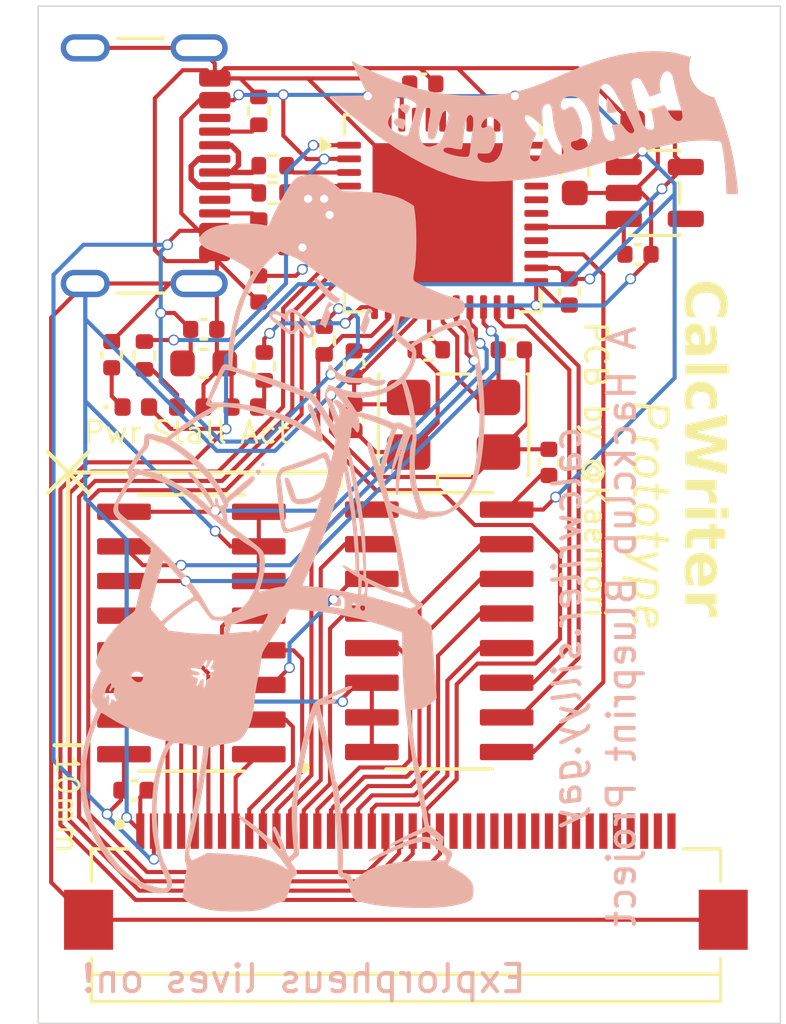
<source format=kicad_pcb>
(kicad_pcb (version 20241229) (generator "pcbnew") (generator_version "9.0")
  (layers (0 "F.Cu" signal) (2 "B.Cu" signal) (13 "F.Paste" user) (15 "B.Paste" user) (5 "F.SilkS" user "F.Silkscreen") (7 "B.SilkS" user "B.Silkscreen") (1 "F.Mask" user) (3 "B.Mask" user) (25 "Edge.Cuts" user))
  (net 0 "")
  (net 1 "Net-(ACT1-A)")
  (net 2 "Net-(U1-AREF)")
  (net 3 "VBUS")
  (net 4 "Net-(CALC_PWR_D1-K)")
  (net 5 "CALC_PWR")
  (net 6 "+1V5")
  (net 7 "ISP_MOSI")
  (net 8 "Net-(J1-CC1)")
  (net 9 "USB_D+")
  (net 10 "USB_D-")
  (net 11 "Net-(J1-CC2)")
  (net 12 "ISP_MISO")
  (net 13 "ISP_RST")
  (net 14 "XIN")
  (net 15 "Net-(OSC_C2-Pad2)")
  (net 16 "XOUT")
  (net 17 "Net-(STALL1-A)")
  (net 18 "Net-(U1-D+)")
  (net 19 "Net-(U1-D-)")
  (net 20 "/A4")
  (net 27 "Net-(U1-UCAP)")
  (net 36 "ISP_SCK")
  (net 38 "GND")
  (net 42 "Net-(U1-PB7)")
  (net 45 "/B3")
  (net 46 "Net-(U1-PE6)")
  (net 49 "/A1")
  (net 51 "/B4")
  (net 52 "/B5")
  (net 53 "/A0")
  (net 55 "/A2")
  (net 56 "/A6")
  (net 57 "/B0")
  (net 58 "/A7")
  (net 59 "/B2")
  (net 65 "/B6")
  (net 67 "/A5")
  (net 68 "/A3")
  (net 70 "/B7")
  (net 71 "/B1")
  (net 74 "CH1A")
  (net 75 "CH2C")
  (net 77 "CH2A")
  (net 78 "CH1B")
  (net 79 "CH1C")
  (net 80 "CH2B")
  (net 81 "COMMON")
  (footprint "Capacitor_SMD:C_0402_1005Metric" (layer "F.Cu") (at 126.62 59.6)
    (property "Reference" "AREF_C1" (hide yes))
    (property "Value" "100nF" (hide yes))
  )
  (footprint "Capacitor_SMD:C_0402_1005Metric" (layer "F.Cu") (at 132 67.23 -90)
    (property "Reference" "VCC_C1" (hide yes))
    (property "Value" "100nF" (hide yes))
  )
  (footprint "Capacitor_SMD:C_0603_1608Metric" (layer "F.Cu") (at 118.575 69.85)
    (property "Reference" "PWR_C1" (hide yes))
    (property "Value" "10uF" (hide yes))
  )
  (footprint "Capacitor_SMD:C_0402_1005Metric" (layer "F.Cu") (at 124.1 69.87 -90)
    (property "Reference" "VCC_C2" (hide yes))
    (property "Value" "100nF" (hide yes))
  )
  (footprint "Resistor_SMD:R_0402_1005Metric" (layer "F.Cu") (at 121.11 63.6)
    (property "Reference" "TERM_R1" (hide yes))
    (property "Value" "22" (hide yes))
  )
  (footprint "SN74LV4051ADR:SOIC127P600X175-16N" (layer "F.Cu") (at 127.225 79.655)
    (property "Reference" "U4" (hide yes))
    (property "Value" "SN74LV4051ADR" (hide yes))
  )
  (footprint "LED_SMD:LED_0402_1005Metric" (layer "F.Cu") (at 116.085 71.45)
    (property "Reference" "CALC_PWR_D1" (hide yes))
    (property "Value" "LED_RED" (hide yes))
  )
  (footprint "Capacitor_SMD:C_0402_1005Metric" (layer "F.Cu") (at 118.58 68.6)
    (property "Reference" "PWR_C2" (hide yes))
    (property "Value" "100nF" (hide yes))
  )
  (footprint "MountingHole:MountingHole_2.2mm_M2" (layer "F.Cu") (at 137.5 59)
    (property "Reference" "SCREW1" (hide yes))
    (property "Value" "MountingHole_2.2mm_M2" (hide yes))
  )
  (footprint "LED_SMD:LED_0402_1005Metric" (layer "F.Cu") (at 118.085 71.45 180)
    (property "Reference" "STALL1" (hide yes))
    (property "Value" "LED_YELLOW" (hide yes))
  )
  (footprint "Resistor_SMD:R_0402_1005Metric" (layer "F.Cu") (at 121.11 62.6 180)
    (property "Reference" "TERM_R2" (hide yes))
    (property "Value" "22" (hide yes))
  )
  (footprint "Capacitor_SMD:C_0603_1608Metric" (layer "F.Cu") (at 132.2 62.825 90)
    (property "Reference" "CALC_PWR_C1" (hide yes))
    (property "Value" "10uF" (hide yes))
  )
  (footprint "Connector_USB:USB_C_Receptacle_GCT_USB4105-xx-A_16P_TopMnt_Horizontal" (layer "F.Cu") (at 115.305 62.6 -90)
    (property "Reference" "J1" (hide yes))
    (property "Value" "USB_C_Receptacle_USB2.0_14P" (hide yes))
  )
  (footprint "Package_TO_SOT_SMD:SOT-23-5" (layer "F.Cu") (at 135.1375 63.6)
    (property "Reference" "U2" (hide yes))
    (property "Value" "ME6211C15M5G-N" (hide yes))
  )
  (footprint "Package_DFN_QFN:QFN-44-1EP_7x7mm_P0.5mm_EP5.15x5.15mm" (layer "F.Cu") (at 127.35 64.35)
    (property "Reference" "U1" (hide yes))
    (property "Value" "ATmega32U4-MU" (hide yes))
  )
  (footprint "Capacitor_SMD:C_0402_1005Metric" (layer "F.Cu") (at 121.6 65.13 -90)
    (property "Reference" "VCC_C3" (hide yes))
    (property "Value" "100nF" (hide yes))
  )
  (footprint "FH12-40S-0.5SH_55_:HRS_FH12-40S-0.5SH_55_" (layer "F.Cu") (at 126 87)
    (property "Reference" "CON1" (hide yes))
    (property "Value" "FH12-40S-0.5SH_55_" (hide yes))
  )
  (footprint "MountingHole:MountingHole_2.2mm_M2" (layer "F.Cu") (at 137.5 83.5)
    (property "Reference" "SCREW1" (hide yes))
    (property "Value" "MountingHole_2.2mm_M2" (hide yes))
  )
  (footprint "Capacitor_SMD:C_0402_1005Metric" (layer "F.Cu") (at 131.25 73.48 -90)
    (property "Reference" "MUX_C2" (hide yes))
    (property "Value" "100nF" (hide yes))
  )
  (footprint "Resistor_SMD:R_0402_1005Metric" (layer "F.Cu") (at 120.8 69.96 -90)
    (property "Reference" "LED_R2" (hide yes))
    (property "Value" "280" (hide yes))
  )
  (footprint "SN74LV4051ADR:SOIC127P600X175-16N" (layer "F.Cu") (at 118.125 79.735 180)
    (property "Reference" "U3" (hide yes))
    (property "Value" "SN74LV4051ADR" (hide yes))
  )
  (footprint "Resistor_SMD:R_0402_1005Metric" (layer "F.Cu") (at 126.84 69.35)
    (property "Reference" "OSC_R1" (hide yes))
    (property "Value" "1k" (hide yes))
  )
  (footprint "Resistor_SMD:R_0402_1005Metric" (layer "F.Cu") (at 116.4 69.56 -90)
    (property "Reference" "LED_R1" (hide yes))
    (property "Value" "280" (hide yes))
  )
  (footprint "Resistor_SMD:R_0402_1005Metric" (layer "F.Cu") (at 123 69.01 90)
    (property "Reference" "RST_PU1" (hide yes))
    (property "Value" "10k" (hide yes))
  )
  (footprint "Resistor_SMD:R_0402_1005Metric" (layer "F.Cu") (at 120.6 60.59 90)
    (property "Reference" "PWR_R1" (hide yes))
    (property "Value" "5.1k" (hide yes))
  )
  (footprint "Capacitor_SMD:C_0402_1005Metric" (layer "F.Cu") (at 115.2 69.53 -90)
    (property "Reference" "CALC_PWR_R2" (hide yes))
    (property "Value" "330" (hide yes))
  )
  (footprint "Capacitor_SMD:C_0402_1005Metric" (layer "F.Cu") (at 134.52 65.85)
    (property "Reference" "CALC_PWR_R1" (hide yes))
    (property "Value" "10k" (hide yes))
  )
  (footprint "Capacitor_SMD:C_0603_1608Metric" (layer "F.Cu") (at 135.1 61.05)
    (property "Reference" "CALC_PWR_C2" (hide yes))
    (property "Value" "22uF" (hide yes))
  )
  (footprint "Crystal:Crystal_SMD_5032-4Pin_5.0x3.2mm" (layer "F.Cu") (at 127.75 72.1)
    (property "Reference" "Y1" (hide yes))
    (property "Value" "16MHz" (hide yes))
  )
  (footprint "LED_SMD:LED_0402_1005Metric" (layer "F.Cu") (at 120.085 71.45)
    (property "Reference" "ACT1" (hide yes))
    (property "Value" "LED_GREEN" (hide yes))
  )
  (footprint "Resistor_SMD:R_0402_1005Metric" (layer "F.Cu") (at 120.6 65.09 -90)
    (property "Reference" "PWR_R2" (hide yes))
    (property "Value" "5.1k" (hide yes))
  )
  (footprint "Capacitor_SMD:C_0402_1005Metric" (layer "F.Cu") (at 124.1 71.83 -90)
    (property "Reference" "OSC_C2" (hide yes))
    (property "Value" "30pF" (hide yes))
  )
  (footprint "Capacitor_SMD:C_0402_1005Metric" (layer "F.Cu") (at 120.6 67.12 -90)
    (property "Reference" "UCAP_C1" (hide yes))
    (property "Value" "1uF" (hide yes))
  )
  (footprint "Capacitor_SMD:C_0402_1005Metric" (layer "F.Cu") (at 116.02 85.5 180)
    (property "Reference" "MUX_C1" (hide yes))
    (property "Value" "100nF" (hide yes))
  )
  (footprint "Capacitor_SMD:C_0402_1005Metric" (layer "F.Cu") (at 129.87 69.35 180)
    (property "Reference" "OSC_C1" (hide yes))
    (property "Value" "30pF" (hide yes))
  )
  (footprint "LOGO" (layer "B.Cu") (at 130.679137 61.020221 180)
    (property "Reference" "G***" (hide yes))
    (property "Value" "LOGO" (hide yes))
  )
  (footprint "LOGO" (layer "B.Cu") (at 121.535521 76.462646 180)
    (property "Reference" "G***" (hide yes))
    (property "Value" "LOGO" (hide yes))
  )
  (gr_line (start 113.6 73.85) (end 123.6 73.85) (stroke (width 0.15)) (layer "F.SilkS"))
  (gr_line (start 113.6 73.85) (end 113.6 83.85) (stroke (width 0.15)) (layer "F.SilkS"))
  (gr_line (start 114.35 74.6) (end 112.85 73.1) (stroke (width 0.15)) (layer "F.SilkS"))
  (gr_line (start 112.85 74.6) (end 114.35 73.1) (stroke (width 0.15)) (layer "F.SilkS"))
  (gr_line (start 123.6 73.35) (end 123.6 74.35) (stroke (width 0.15)) (layer "F.SilkS"))
  (gr_line (start 114.1 83.85) (end 113.1 83.85) (stroke (width 0.15)) (layer "F.SilkS"))
  (gr_rect (start 112.5 56.75) (end 139.75 94.05) (stroke (width 0.05)) (fill no) (layer "Edge.Cuts"))
  (gr_text "Stall" (at 116.6 72.85 0) (layer "F.SilkS") (effects (font (size 0.8 0.8) (thickness 0.1)) (justify left bottom)))
  (gr_text "Act\n" (at 119.85 72.85 0) (layer "F.SilkS") (effects (font (size 0.8 0.8) (thickness 0.1)) (justify left bottom)))
  (gr_text "Prototype" (at 134.25 71 270) (layer "F.SilkS") (effects (font (size 1.2 1.2) (thickness 0.15) (italic yes)) (justify left bottom)))
  (gr_text "10mm" (at 113.1 84.1 270) (layer "F.SilkS") (effects (font (size 0.8 0.8) (thickness 0.1)) (justify left bottom)))
  (gr_text "CalcWriter" (at 136 66.75 270) (layer "F.SilkS") (effects (font (size 1.5 1.5) (thickness 0.2) (bold yes) (italic yes)) (justify left bottom)))
  (gr_text "Pwr\n" (at 114.1 72.85 0) (layer "F.SilkS") (effects (font (size 0.8 0.8) (thickness 0.1)) (justify left bottom)))
  (gr_text "PCB by @Kaemori\n" (at 132.5 68.25 270) (layer "F.SilkS") (effects (font (size 0.8 0.8) (thickness 0.12)) (justify left bottom)))
  (gr_text "A Hackclub Blueprint Project\n" (at 134.5 79.5 90) (layer "B.SilkS") (effects (font (size 1 1)) (justify bottom mirror)))
  (gr_text "Explorpheus lives on!\n" (at 122.25 93 0) (layer "B.SilkS") (effects (font (size 1 1)) (justify bottom mirror)))
  (gr_text "calcwriter.sillyy.gay" (at 132.5 79.5 90) (layer "B.SilkS") (effects (font (size 1 1) (thickness 0.15) (italic yes)) (justify bottom mirror)))
  (segment (start 120.8 70.47) (end 120.8 71.22) (width 0.15) (layer "F.Cu") (net 1))
  (segment (start 120.8 71.22) (end 120.57 71.45) (width 0.15) (layer "F.Cu") (net 1))
  (segment (start 125.85 59.89) (end 125.85 60.9125) (width 0.15) (layer "F.Cu") (net 2))
  (segment (start 126.14 59.6) (end 125.85 59.89) (width 0.15) (layer "F.Cu") (net 2))
  (segment (start 129.85 60.9125) (end 129.85 60.2) (width 0.15) (layer "F.Cu") (net 3))
  (segment (start 124.683276 69.39) (end 125.85 68.223276) (width 0.15) (layer "F.Cu") (net 3))
  (segment (start 123.007692 62.35) (end 123 62.357692) (width 0.15) (layer "F.Cu") (net 3))
  (segment (start 129.85 60.2) (end 130 60.05) (width 0.15) (layer "F.Cu") (net 3))
  (segment (start 133.4 62.05) (end 134 62.65) (width 0.15) (layer "F.Cu") (net 3))
  (segment (start 131.6 66.35) (end 132 66.75) (width 0.15) (layer "F.Cu") (net 3))
  (segment (start 115.54 85.869024) (end 115.033317 86.375707) (width 0.15) (layer "F.Cu") (net 3))
  (segment (start 117.753 64.343) (end 117.753 60.857) (width 0.15) (layer "F.Cu") (net 3))
  (segment (start 132.753805 66.753805) (end 132.003805 66.753805) (width 0.15) (layer "F.Cu") (net 3))
  (segment (start 118.1 68.6) (end 118.1 69.55) (width 0.15) (layer "F.Cu") (net 3))
  (segment (start 119.671848 60.2) (end 119.867119 60.004729) (width 0.15) (layer "F.Cu") (net 3))
  (segment (start 124.85 60.9125) (end 124.85 60.3) (width 0.15) (layer "F.Cu") (net 3))
  (segment (start 124.85 60.3) (end 124.6 60.05) (width 0.15) (layer "F.Cu") (net 3))
  (segment (start 121.5 61.5) (end 121.5 60) (width 0.15) (layer "F.Cu") (net 3))
  (segment (start 118.985 60.2) (end 119.671848 60.2) (width 0.15) (layer "F.Cu") (net 3))
  (segment (start 131.04 75.21) (end 131.5 74.75) (width 0.15) (layer "F.Cu") (net 3))
  (segment (start 118.9724 64.9874) (end 117.701816 64.9874) (width 0.15) (layer "F.Cu") (net 3))
  (segment (start 117.25 65.439216) (end 117.25 65.5) (width 0.15) (layer "F.Cu") (net 3))
  (segment (start 118.1 68.6) (end 117.5 68) (width 0.15) (layer "F.Cu") (net 3))
  (segment (start 121.821003 64.871003) (end 121.6 64.65) (width 0.15) (layer "F.Cu") (net 3))
  (segment (start 117.753 60.857) (end 118.41 60.2) (width 0.15) (layer "F.Cu") (net 3))
  (segment (start 115.54 85.5) (end 115.54 85.869024) (width 0.15) (layer "F.Cu") (net 3))
  (segment (start 123.527867 67.842694) (end 123 68.370561) (width 0.15) (layer "F.Cu") (net 3))
  (segment (start 124.1 69.39) (end 124.683276 69.39) (width 0.15) (layer "F.Cu") (net 3))
  (segment (start 117.701816 64.9874) (end 117.25 65.439216) (width 0.15) (layer "F.Cu") (net 3))
  (segment (start 122.357692 62.357692) (end 121.5 61.5) (width 0.15) (layer "F.Cu") (net 3))
  (segment (start 117.5 68) (end 117 68) (width 0.15) (layer "F.Cu") (net 3))
  (segment (start 122.409997 64.040003) (end 122.409997 63.815) (width 0.15) (layer "F.Cu") (net 3))
  (segment (start 130.7875 66.35) (end 131.6 66.35) (width 0.15) (layer "F.Cu") (net 3))
  (segment (start 131.25 73.96) (end 130.95 73.96) (width 0.15) (layer "F.Cu") (net 3))
  (segment (start 123.9125 62.35) (end 123.007692 62.35) (width 0.15) (layer "F.Cu") (net 3))
  (segment (start 116.75 88.028568) (end 116.75 87) (width 0.15) (layer "F.Cu") (net 3))
  (segment (start 118.41 65) (end 117.753 64.343) (width 0.15) (layer "F.Cu") (net 3))
  (segment (start 130.95 73.96) (end 129.7 75.21) (width 0.15) (layer "F.Cu") (net 3))
  (segment (start 123 62.357692) (end 122.357692 62.357692) (width 0.15) (layer "F.Cu") (net 3))
  (segment (start 121.8 64.65) (end 122.409997 64.040003) (width 0.15) (layer "F.Cu") (net 3))
  (segment (start 118.985 65) (end 118.41 65) (width 0.15) (layer "F.Cu") (net 3))
  (segment (start 129.7 75.21) (end 131.04 75.21) (width 0.15) (layer "F.Cu") (net 3))
  (segment (start 132.2 62.05) (end 133.4 62.05) (width 0.15) (layer "F.Cu") (net 3))
  (segment (start 125.85 68.223276) (end 125.85 67.7875) (width 0.15) (layer "F.Cu") (net 3))
  (segment (start 123.891497 64.871003) (end 121.821003 64.871003) (width 0.15) (layer "F.Cu") (net 3))
  (segment (start 115.65 84.18) (end 115.65 85.39) (width 0.15) (layer "F.Cu") (net 3))
  (segment (start 118.41 60.2) (end 118.985 60.2) (width 0.15) (layer "F.Cu") (net 3))
  (segment (start 134.1 62.65) (end 134.683695 62.066305) (width 0.15) (layer "F.Cu") (net 3))
  (segment (start 124.1 69.4) (end 123.25 70.25) (width 0.15) (layer "F.Cu") (net 3))
  (via (at 123 62.357692) (size 0.4) (drill 0.3) (layers "F.Cu" "B.Cu") (net 3))
  (via (at 124.6 60.05) (size 0.4) (drill 0.3) (layers "F.Cu" "B.Cu") (net 3))
  (via (at 123.25 70.25) (size 0.4) (drill 0.3) (layers "F.Cu" "B.Cu") (net 3))
  (via (at 132.753805 66.753805) (size 0.4) (drill 0.3) (layers "F.Cu" "B.Cu") (net 3))
  (via (at 122.409997 63.815) (size 0.4) (drill 0.3) (layers "F.Cu" "B.Cu") (net 3))
  (via (at 121.5 60) (size 0.4) (drill 0.3) (layers "F.Cu" "B.Cu") (net 3))
  (via (at 117 68) (size 0.4) (drill 0.3) (layers "F.Cu" "B.Cu") (net 3))
  (via (at 131.5 74.75) (size 0.4) (drill 0.3) (layers "F.Cu" "B.Cu") (net 3))
  (via (at 130 60.05) (size 0.4) (drill 0.3) (layers "F.Cu" "B.Cu") (net 3))
  (via (at 117.25 65.5) (size 0.4) (drill 0.3) (layers "F.Cu" "B.Cu") (net 3))
  (via (at 123.527867 67.842694) (size 0.4) (drill 0.3) (layers "F.Cu" "B.Cu") (net 3))
  (via (at 115.033317 86.375707) (size 0.4) (drill 0.3) (layers "F.Cu" "B.Cu") (net 3))
  (via (at 116.75 88.028568) (size 0.4) (drill 0.3) (layers "F.Cu" "B.Cu") (net 3))
  (via (at 134.683695 62.066305) (size 0.4) (drill 0.3) (layers "F.Cu" "B.Cu") (net 3))
  (via (at 119.867119 60.004729) (size 0.4) (drill 0.3) (layers "F.Cu" "B.Cu") (net 3))
  (segment (start 123 62.357692) (end 122.409997 62.947695) (width 0.15) (layer "B.Cu") (net 3))
  (segment (start 123.527867 67.842694) (end 123.89651 67.842694) (width 0.15) (layer "B.Cu") (net 3))
  (segment (start 124.239792 68.185976) (end 124.239792 69.260208) (width 0.15) (layer "B.Cu") (net 3))
  (segment (start 113.064 84.40639) (end 113.064 66.602712) (width 0.15) (layer "B.Cu") (net 3))
  (segment (start 131.5 74.75) (end 135.866 70.384) (width 0.15) (layer "B.Cu") (net 3))
  (segment (start 124.554729 60.004729) (end 124.6 60.05) (width 0.15) (layer "B.Cu") (net 3))
  (segment (start 113.064 66.602712) (end 114.166712 65.5) (width 0.15) (layer "B.Cu") (net 3))
  (segment (start 117 70.509024) (end 119.206976 72.716) (width 0.15) (layer "B.Cu") (net 3))
  (segment (start 115.033317 86.375707) (end 113.064 84.40639) (width 0.15) (layer "B.Cu") (net 3))
  (segment (start 114.166712 65.5) (end 117.25 65.5) (width 0.15) (layer "B.Cu") (net 3))
  (segment (start 117 68) (end 117 65.75) (width 0.15) (layer "B.Cu") (net 3))
  (segment (start 132.659024 60.05) (end 135.866 63.256976) (width 0.15) (layer "B.Cu") (net 3))
  (segment (start 124.6 60.05) (end 130 60.05) (width 0.15) (layer "B.Cu") (net 3))
  (segment (start 120.784 72.716) (end 123.25 70.25) (width 0.15) (layer "B.Cu") (net 3))
  (segment (start 132.659024 60.05) (end 130 60.05) (width 0.15) (layer "B.Cu") (net 3))
  (segment (start 116.619544 88.028568) (end 116.75 88.028568) (width 0.15) (layer "B.Cu") (net 3))
  (segment (start 124.239792 69.260208) (end 123.25 70.25) (width 0.15) (layer "B.Cu") (net 3))
  (segment (start 135.866 63.64161) (end 135.866 70.384) (width 0.15) (layer "B.Cu") (net 3))
  (segment (start 115.033317 86.375707) (end 115.033317 86.442341) (width 0.15) (layer "B.Cu") (net 3))
  (segment (start 135.866 63.64161) (end 135.866 63.256976) (width 0.15) (layer "B.Cu") (net 3))
  (segment (start 117 68) (end 117 70.509024) (width 0.15) (layer "B.Cu") (net 3))
  (segment (start 122.409997 62.947695) (end 122.409997 63.815) (width 0.15) (layer "B.Cu") (net 3))
  (segment (start 117 65.75) (end 117.25 65.5) (width 0.15) (layer "B.Cu") (net 3))
  (segment (start 132.753805 66.753805) (end 135.866 63.64161) (width 0.15) (layer "B.Cu") (net 3))
  (segment (start 119.867119 60.004729) (end 124.554729 60.004729) (width 0.15) (layer "B.Cu") (net 3))
  (segment (start 115.033317 86.442341) (end 116.619544 88.028568) (width 0.15) (layer "B.Cu") (net 3))
  (segment (start 119.206976 72.716) (end 120.784 72.716) (width 0.15) (layer "B.Cu") (net 3))
  (segment (start 123.89651 67.842694) (end 124.239792 68.185976) (width 0.15) (layer "B.Cu") (net 3))
  (segment (start 115.2 71.05) (end 115.6 71.45) (width 0.15) (layer "F.Cu") (net 4))
  (segment (start 115.2 70.01) (end 115.2 71.05) (width 0.15) (layer "F.Cu") (net 4))
  (segment (start 130.788 64.85) (end 133.7 64.85) (width 0.15) (layer "F.Cu") (net 5))
  (segment (start 133.7 64.85) (end 134 64.55) (width 0.15) (layer "F.Cu") (net 5))
  (segment (start 134 64.55) (end 134 65.81) (width 0.15) (layer "F.Cu") (net 5))
  (segment (start 135.875 61.05) (end 135.875 62.25) (width 0.15) (layer "F.Cu") (net 6))
  (segment (start 127.25 87.832) (end 125.559 89.523) (width 0.15) (layer "F.Cu") (net 6))
  (segment (start 127.25 87) (end 127.25 87.832) (width 0.15) (layer "F.Cu") (net 6))
  (segment (start 119.4 72.25) (end 117.37 72.25) (width 0.15) (layer "F.Cu") (net 6))
  (segment (start 118.173 73.477) (end 119.4 72.25) (width 0.15) (layer "F.Cu") (net 6))
  (segment (start 113.318 86.764739) (end 113.318 74.467506) (width 0.15) (layer "F.Cu") (net 6))
  (segment (start 114.308507 73.477) (end 118.173 73.477) (width 0.15) (layer "F.Cu") (net 6))
  (segment (start 136.2 62.65) (end 135.4 63.45) (width 0.15) (layer "F.Cu") (net 6))
  (segment (start 125.559 89.523) (end 116.076261 89.523) (width 0.15) (layer "F.Cu") (net 6))
  (segment (start 135.875 62.25) (end 136.275 62.65) (width 0.15) (layer "F.Cu") (net 6))
  (segment (start 113.318 74.467506) (end 114.308507 73.477) (width 0.15) (layer "F.Cu") (net 6))
  (segment (start 116.57 71.45) (end 117.37 72.25) (width 0.15) (layer "F.Cu") (net 6))
  (segment (start 116.076261 89.523) (end 113.318 86.764739) (width 0.15) (layer "F.Cu") (net 6))
  (via (at 119.4 72.25) (size 0.4) (drill 0.3) (layers "F.Cu" "B.Cu") (net 6))
  (via (at 135.4 63.45) (size 0.4) (drill 0.3) (layers "F.Cu" "B.Cu") (net 6))
  (segment (start 122.053171 66.946829) (end 131.903171 66.946829) (width 0.15) (layer "B.Cu") (net 6))
  (segment (start 119.4 72.25) (end 119.4 69.6) (width 0.15) (layer "B.Cu") (net 6))
  (segment (start 119.4 69.6) (end 122.053171 66.946829) (width 0.15) (layer "B.Cu") (net 6))
  (segment (start 131.903171 66.946829) (end 135.4 63.45) (width 0.15) (layer "B.Cu") (net 6))
  (segment (start 114 74.75) (end 114 86.482246) (width 0.15) (layer "F.Cu") (net 7))
  (segment (start 125.75 87.814246) (end 125.75 87) (width 0.15) (layer "F.Cu") (net 7))
  (segment (start 114.591 74.159) (end 114 74.75) (width 0.15) (layer "F.Cu") (net 7))
  (segment (start 114 86.482246) (end 116.358754 88.841) (width 0.15) (layer "F.Cu") (net 7))
  (segment (start 121.832 71.57911) (end 119.25211 74.159) (width 0.15) (layer "F.Cu") (net 7))
  (segment (start 116.358754 88.841) (end 124.723246 88.841) (width 0.15) (layer "F.Cu") (net 7))
  (segment (start 125.75 87.814246) (end 124.723246 88.841) (width 0.15) (layer "F.Cu") (net 7))
  (segment (start 123.475001 66.35) (end 123.9125 66.35) (width 0.15) (layer "F.Cu") (net 7))
  (segment (start 121.832 71.57911) (end 121.832 67.993001) (width 0.15) (layer "F.Cu") (net 7))
  (segment (start 119.25211 74.159) (end 114.591 74.159) (width 0.15) (layer "F.Cu") (net 7))
  (segment (start 121.832 67.993001) (end 123.475001 66.35) (width 0.15) (layer "F.Cu") (net 7))
  (segment (start 118.985 61.35) (end 120.35 61.35) (width 0.15) (layer "F.Cu") (net 8))
  (segment (start 120.35 61.35) (end 120.6 61.1) (width 0.15) (layer "F.Cu") (net 8))
  (segment (start 118.119 62.6213) (end 118.39 62.35) (width 0.2) (layer "F.Cu") (net 9))
  (segment (start 118.39 62.35) (end 118.985 62.35) (width 0.2) (layer "F.Cu") (net 9))
  (segment (start 118.39 63.35) (end 118.119 63.0787) (width 0.2) (layer "F.Cu") (net 9))
  (segment (start 118.985 63.35) (end 118.39 63.35) (width 0.2) (layer "F.Cu") (net 9))
  (segment (start 118.985 63.35) (end 120.35 63.35) (width 0.2) (layer "F.Cu") (net 9))
  (segment (start 120.35 63.35) (end 120.6 63.6) (width 0.2) (layer "F.Cu") (net 9))
  (segment (start 118.119 63.0787) (end 118.119 62.6213) (width 0.2) (layer "F.Cu") (net 9))
  (segment (start 119.58 61.85) (end 119.851 62.1213) (width 0.2) (layer "F.Cu") (net 10))
  (segment (start 119.58 62.85) (end 118.985 62.85) (width 0.2) (layer "F.Cu") (net 10))
  (segment (start 120.35 62.85) (end 118.985 62.85) (width 0.2) (layer "F.Cu") (net 10))
  (segment (start 119.851 62.1213) (end 119.851 62.5787) (width 0.2) (layer "F.Cu") (net 10))
  (segment (start 118.985 61.85) (end 119.58 61.85) (width 0.2) (layer "F.Cu") (net 10))
  (segment (start 120.6 62.6) (end 120.35 62.85) (width 0.2) (layer "F.Cu") (net 10))
  (segment (start 119.851 62.5787) (end 119.58 62.85) (width 0.2) (layer "F.Cu") (net 10))
  (segment (start 118.985 64.35) (end 120.37 64.35) (width 0.15) (layer "F.Cu") (net 11))
  (segment (start 120.37 64.35) (end 120.6 64.58) (width 0.15) (layer "F.Cu") (net 11))
  (segment (start 122.173 68.152001) (end 122.173 71.720357) (width 0.15) (layer "F.Cu") (net 12))
  (segment (start 123.475001 66.85) (end 122.173 68.152001) (width 0.15) (layer "F.Cu") (net 12))
  (segment (start 114.732246 74.5) (end 114.341 74.891246) (width 0.15) (layer "F.Cu") (net 12))
  (segment (start 123.9125 66.85) (end 123.475001 66.85) (width 0.15) (layer "F.Cu") (net 12))
  (segment (start 125.25 87.832) (end 125.25 87) (width 0.15) (layer "F.Cu") (net 12))
  (segment (start 114.341 86.341) (end 116.5 88.5) (width 0.15) (layer "F.Cu") (net 12))
  (segment (start 116.5 88.5) (end 124.582 88.5) (width 0.15) (layer "F.Cu") (net 12))
  (segment (start 124.582 88.5) (end 125.25 87.832) (width 0.15) (layer "F.Cu") (net 12))
  (segment (start 114.341 74.891246) (end 114.341 86.341) (width 0.15) (layer "F.Cu") (net 12))
  (segment (start 119.393357 74.5) (end 114.732246 74.5) (width 0.15) (layer "F.Cu") (net 12))
  (segment (start 122.173 71.720357) (end 119.393357 74.5) (width 0.15) (layer "F.Cu") (net 12))
  (segment (start 130.615326 75.776) (end 128.526 75.776) (width 0.15) (layer "F.Cu") (net 13))
  (segment (start 122.784 69.736) (end 123 69.52) (width 0.15) (layer "F.Cu") (net 13))
  (segment (start 125.35 67.7875) (end 125.35 68.224999) (width 0.15) (layer "F.Cu") (net 13))
  (segment (start 128.626246 80.856) (end 130.753326 80.856) (width 0.15) (layer "F.Cu") (net 13))
  (segment (start 122.784 72.384) (end 122.784 69.736) (width 0.15) (layer "F.Cu") (net 13))
  (segment (start 131.659 79.950326) (end 131.659 76.819674) (width 0.15) (layer "F.Cu") (net 13))
  (segment (start 128.526 75.776) (end 127.25 74.5) (width 0.15) (layer "F.Cu") (net 13))
  (segment (start 124.730999 68.844) (end 123.676 68.844) (width 0.15) (layer "F.Cu") (net 13))
  (segment (start 124.9 74.5) (end 122.784 72.384) (width 0.15) (layer "F.Cu") (net 13))
  (segment (start 127.25 74.5) (end 124.9 74.5) (width 0.15) (layer "F.Cu") (net 13))
  (segment (start 131.659 76.819674) (end 130.615326 75.776) (width 0.15) (layer "F.Cu") (net 13))
  (segment (start 125.35 68.224999) (end 124.730999 68.844) (width 0.15) (layer "F.Cu") (net 13))
  (segment (start 123.676 68.844) (end 123 69.52) (width 0.15) (layer "F.Cu") (net 13))
  (segment (start 126.75 87) (end 126.75 86.214493) (width 0.15) (layer "F.Cu") (net 13))
  (segment (start 127.864001 85.100491) (end 127.864 81.618246) (width 0.15) (layer "F.Cu") (net 13))
  (segment (start 130.753326 80.856) (end 131.659 79.950326) (width 0.15) (layer "F.Cu") (net 13))
  (segment (start 127.864 81.618246) (end 128.626246 80.856) (width 0.15) (layer "F.Cu") (net 13))
  (segment (start 126.75 86.214493) (end 127.864001 85.100491) (width 0.15) (layer "F.Cu") (net 13))
  (segment (start 127.886 68.868246) (end 127.35 68.332246) (width 0.15) (layer "F.Cu") (net 14))
  (segment (start 128.6 71.1) (end 127.886 70.386) (width 0.15) (layer "F.Cu") (net 14))
  (segment (start 127.35 68.332246) (end 127.35 67.7875) (width 0.15) (layer "F.Cu") (net 14))
  (segment (start 129.4 71.1) (end 128.6 71.1) (width 0.15) (layer "F.Cu") (net 14))
  (segment (start 127.886 70.386) (end 127.886 68.868246) (width 0.15) (layer "F.Cu") (net 14))
  (segment (start 129.4 71.1) (end 129.4 69.36) (width 0.15) (layer "F.Cu") (net 14))
  (segment (start 126.1 73.1) (end 127.166 72.034) (width 0.15) (layer "F.Cu") (net 15))
  (segment (start 127.166 70.186) (end 126.33 69.35) (width 0.15) (layer "F.Cu") (net 15))
  (segment (start 126.1 73.1) (end 124.89 73.1) (width 0.15) (layer "F.Cu") (net 15))
  (segment (start 124.89 73.1) (end 124.1 72.31) (width 0.15) (layer "F.Cu") (net 15))
  (segment (start 127.166 72.034) (end 127.166 70.186) (width 0.15) (layer "F.Cu") (net 15))
  (segment (start 126.85 68.85) (end 126.85 67.7875) (width 0.15) (layer "F.Cu") (net 16))
  (segment (start 127.35 69.35) (end 126.85 68.85) (width 0.15) (layer "F.Cu") (net 16))
  (segment (start 117.6 70.990976) (end 116.679024 70.07) (width 0.15) (layer "F.Cu") (net 17))
  (segment (start 117.6 71.45) (end 117.6 70.990976) (width 0.15) (layer "F.Cu") (net 17))
  (segment (start 116.679024 70.07) (end 116.4 70.07) (width 0.15) (layer "F.Cu") (net 17))
  (segment (start 121.62 63.6) (end 121.87 63.35) (width 0.15) (layer "F.Cu") (net 18))
  (segment (start 121.87 63.35) (end 123.912 63.35) (width 0.15) (layer "F.Cu") (net 18))
  (segment (start 121.87 62.85) (end 123.912 62.85) (width 0.15) (layer "F.Cu") (net 19))
  (segment (start 121.62 62.6) (end 121.87 62.85) (width 0.15) (layer "F.Cu") (net 19))
  (segment (start 119.75 85.03) (end 119.75 87) (width 0.15) (layer "F.Cu") (net 20))
  (segment (start 120.6 84.18) (end 119.75 85.03) (width 0.15) (layer "F.Cu") (net 20))
  (segment (start 121.96 66.64) (end 120.6 66.64) (width 0.15) (layer "F.Cu") (net 27))
  (segment (start 123.2 64.405003) (end 123.255003 64.35) (width 0.15) (layer "F.Cu") (net 27))
  (segment (start 123.255003 64.35) (end 123.9125 64.35) (width 0.15) (layer "F.Cu") (net 27))
  (segment (start 122.2 66.4) (end 121.96 66.64) (width 0.15) (layer "F.Cu") (net 27))
  (via (at 123.2 64.405003) (size 0.4) (drill 0.3) (layers "F.Cu" "B.Cu") (net 27))
  (via (at 122.2 66.4) (size 0.4) (drill 0.3) (layers "F.Cu" "B.Cu") (net 27))
  (segment (start 123 65.6) (end 122.2 66.4) (width 0.15) (layer "B.Cu") (net 27))
  (segment (start 123.2 64.405003) (end 123 64.605003) (width 0.15) (layer "B.Cu") (net 27))
  (segment (start 123 64.605003) (end 123 65.6) (width 0.15) (layer "B.Cu") (net 27))
  (segment (start 124.9 89.182) (end 126.25 87.832) (width 0.15) (layer "F.Cu") (net 36))
  (segment (start 113.659 74.608753) (end 114.449754 73.818) (width 0.15) (layer "F.Cu") (net 36))
  (segment (start 121.491 67.834001) (end 121.491 71.437864) (width 0.15) (layer "F.Cu") (net 36))
  (segment (start 116.217508 89.182) (end 124.9 89.182) (width 0.15) (layer "F.Cu") (net 36))
  (segment (start 126.25 87.832) (end 126.25 87) (width 0.15) (layer "F.Cu") (net 36))
  (segment (start 113.659 86.623493) (end 113.659 74.608753) (width 0.15) (layer "F.Cu") (net 36))
  (segment (start 113.659 86.623493) (end 116.217508 89.182) (width 0.15) (layer "F.Cu") (net 36))
  (segment (start 114.449754 73.818) (end 119.110864 73.818) (width 0.15) (layer "F.Cu") (net 36))
  (segment (start 119.110864 73.818) (end 121.491 71.437864) (width 0.15) (layer "F.Cu") (net 36))
  (segment (start 123.9125 65.85) (end 123.475001 65.85) (width 0.15) (layer "F.Cu") (net 36))
  (segment (start 123.475001 65.85) (end 121.491 67.834001) (width 0.15) (layer "F.Cu") (net 36))
  (segment (start 112.977 88.877) (end 112.977 68.173) (width 0.15) (layer "F.Cu") (net 38))
  (segment (start 119.361 59.024) (end 118.985 59.4) (width 0.15) (layer "F.Cu") (net 38))
  (segment (start 119.06 68.6) (end 119.06 65.875) (width 0.15) (layer "F.Cu") (net 38))
  (segment (start 117.33 66.92) (end 118.41 66.92) (width 0.15) (layer "F.Cu") (net 38))
  (segment (start 120.6 75.29) (end 120.6 77.83) (width 0.15) (layer "F.Cu") (net 38))
  (segment (start 129.4 73.1) (end 128.484 74.016) (width 0.15) (layer "F.Cu") (net 38))
  (segment (start 118.985 65.8) (end 118.685 66.1) (width 0.15) (layer "F.Cu") (net 38))
  (segment (start 119.92 59.4) (end 120.6 60.08) (width 0.15) (layer "F.Cu") (net 38))
  (segment (start 120.6 65.6) (end 119.185 65.6) (width 0.15) (layer "F.Cu") (net 38))
  (segment (start 120.6 67.6) (end 118.985 65.985) (width 0.15) (layer "F.Cu") (net 38))
  (segment (start 123.035 63.85) (end 123 63.815) (width 0.15) (layer "F.Cu") (net 38))
  (segment (start 130.7875 67.7125) (end 130.774441 67.725559) (width 0.15) (layer "F.Cu") (net 38))
  (segment (start 127.1 59.6) (end 126.524 59.024) (width 0.15) (layer "F.Cu") (net 38))
  (segment (start 118.57 70.63) (end 119.35 69.85) (width 0.15) (layer "F.Cu") (net 38))
  (segment (start 119.6 71.45) (end 119.6 70.1) (width 0.15) (layer "F.Cu") (net 38))
  (segment (start 119.56 76.56) (end 119 76) (width 0.15) (layer "F.Cu") (net 38))
  (segment (start 124.24 81.56) (end 123.68 82.12) (width 0.15) (layer "F.Cu") (net 38))
  (segment (start 126.35 68.224999) (end 124.224999 70.35) (width 0.15) (layer "F.Cu") (net 38))
  (segment (start 135 65.85) (end 135 63.937501) (width 0.15) (layer "F.Cu") (net 38))
  (segment (start 123.9 70.35) (end 123.25 71) (width 0.15) (layer "F.Cu") (net 38))
  (segment (start 124.91795 74.016) (end 123.25 72.34805) (width 0.15) (layer "F.Cu") (net 38))
  (segment (start 134.662499 63.6) (end 134 63.6) (width 0.15) (layer "F.Cu") (net 38))
  (segment (start 134.325 61.05) (end 132.299 59.024) (width 0.15) (layer "F.Cu") (net 38))
  (segment (start 122.4 59.4) (end 118.985 59.4) (width 0.15) (layer "F.Cu") (net 38))
  (segment (start 122.2 65.6) (end 121.61 65.6) (width 0.15) (layer "F.Cu") (net 38))
  (segment (start 135.25 62.655) (end 134.305 63.6) (width 0.15) (layer "F.Cu") (net 38))
  (segment (start 128.484 74.016) (end 124.91795 74.016) (width 0.15) (layer "F.Cu") (net 38))
  (segment (start 123.25 72.34805) (end 123.25 71) (width 0.15) (layer "F.Cu") (net 38))
  (segment (start 125.35 60.9125) (end 125.35 60.1) (width 0.15) (layer "F.Cu") (net 38))
  (segment (start 119.06 68.6) (end 119.06 69.56) (width 0.15) (layer "F.Cu") (net 38))
  (segment (start 120.6 65.6) (end 121.59 65.6) (width 0.15) (layer "F.Cu") (net 38))
  (segment (start 116.5 85.5) (end 116.25 85.75) (width 0.15) (layer "F.Cu") (net 38))
  (segment (start 112.977 68.173) (end 114.23 66.92) (width 0.15) (layer "F.Cu") (net 38))
  (segment (start 117.809215 59.100001) (end 118.685001 59.100001) (width 0.15) (layer "F.Cu") (net 38))
  (segment (start 114.23 66.92) (end 118.41 66.92) (width 0.15) (layer "F.Cu") (net 38))
  (segment (start 135.25 61.975) (end 135.25 62.655) (width 0.15) (layer "F.Cu") (net 38))
  (segment (start 118.57 71.45) (end 118.57 70.63) (width 0.15) (layer "F.Cu") (net 38))
  (segment (start 135 66) (end 134.25 66.75) (width 0.15) (layer "F.Cu") (net 38))
  (segment (start 124.1 71.35) (end 125.85 71.35) (width 0.15) (layer "F.Cu") (net 38))
  (segment (start 124.1 70.35) (end 124.1 71.35) (width 0.15) (layer "F.Cu") (net 38))
  (segment (start 118.985 59.4) (end 118.985 58.855) (width 0.15) (layer "F.Cu") (net 38))
  (segment (start 123.68 82.12) (end 123.68 82.25) (width 0.15) (layer "F.Cu") (net 38))
  (segment (start 129.35 60.9125) (end 129.35 60.475001) (width 0.15) (layer "F.Cu") (net 38))
  (segment (start 126.35 67.7875) (end 126.35 68.224999) (width 0.15) (layer "F.Cu") (net 38))
  (segment (start 118.985 59.4) (end 119.92 59.4) (width 0.15) (layer "F.Cu") (net 38))
  (segment (start 117.190976 66.1) (end 116.784 65.693024) (width 0.15) (layer "F.Cu") (net 38))
  (segment (start 130.466 72.034) (end 129.4 73.1) (width 0.15) (layer "F.Cu") (net 38))
  (segment (start 127.35 64.35) (end 122.4 59.4) (width 0.15) (layer "F.Cu") (net 38))
  (segment (start 132 67.71) (end 131.6475 67.71) (width 0.15) (layer "F.Cu") (net 38))
  (segment (start 124.65 59.4) (end 122.4 59.4) (width 0.15) (layer "F.Cu") (net 38))
  (segment (start 129.35 60.475001) (end 127.898999 59.024) (width 0.15) (layer "F.Cu") (net 38))
  (segment (start 116.784 60.125216) (end 117.809215 59.100001) (width 0.15) (layer "F.Cu") (net 38))
  (segment (start 120.6 76.56) (end 119.56 76.56) (width 0.15) (layer "F.Cu") (net 38))
  (segment (start 118.685 66.1) (end 117.190976 66.1) (width 0.15) (layer "F.Cu") (net 38))
  (segment (start 118.41 58.28) (end 114.23 58.28) (width 0.15) (layer "F.Cu") (net 38))
  (segment (start 114.35 90.25) (end 137.65 90.25) (width 0.15) (layer "F.Cu") (net 38))
  (segment (start 115.2 69.05) (end 117.33 66.92) (width 0.15) (layer "F.Cu") (net 38))
  (segment (start 118.985 58.855) (end 118.41 58.28) (width 0.15) (layer "F.Cu") (net 38))
  (segment (start 127.898999 59.024) (end 119.361 59.024) (width 0.15) (layer "F.Cu") (net 38))
  (segment (start 116.25 87) (end 115.75 86.5) (width 0.15) (layer "F.Cu") (net 38))
  (segment (start 123.9125 63.85) (end 123.035 63.85) (width 0.15) (layer "F.Cu") (net 38))
  (segment (start 135 63.937501) (end 134.662499 63.6) (width 0.15) (layer "F.Cu") (net 38))
  (segment (start 114.35 90.25) (end 112.977 88.877) (width 0.15) (layer "F.Cu") (net 38))
  (segment (start 118.685001 59.100001) (end 118.985 59.4) (width 0.15) (layer "F.Cu") (net 38))
  (segment (start 116.25 85.75) (end 116.25 87) (width 0.15) (layer "F.Cu") (net 38))
  (segment (start 131.25 73) (end 129.5 73) (width 0.15) (layer "F.Cu") (net 38))
  (segment (start 134 63.6) (end 132.2 63.6) (width 0.15) (layer "F.Cu") (net 38))
  (segment (start 130.7875 66.85) (end 130.7875 67.7125) (width 0.15) (layer "F.Cu") (net 38))
  (segment (start 134.325 61.05) (end 135.25 61.975) (width 0.15) (layer "F.Cu") (net 38))
  (segment (start 125.35 60.1) (end 124.65 59.4) (width 0.15) (layer "F.Cu") (net 38))
  (segment (start 124.75 81.56) (end 124.75 84.1) (width 0.15) (layer "F.Cu") (net 38))
  (segment (start 116.784 65.693024) (end 116.784 60.125216) (width 0.15) (layer "F.Cu") (net 38))
  (segment (start 126.524 59.024) (end 119.361 59.024) (width 0.15) (layer "F.Cu") (net 38))
  (segment (start 131.6475 67.71) (end 130.7875 66.85) (width 0.15) (layer "F.Cu") (net 38))
  (segment (start 130.466 69.466) (end 130.466 72.034) (width 0.15) (layer "F.Cu") (net 38))
  (segment (start 132.299 59.024) (end 119.361 59.024) (width 0.15) (layer "F.Cu") (net 38))
  (via (at 134.25 66.75) (size 0.4) (drill 0.3) (layers "F.Cu" "B.Cu") (net 38))
  (via (at 130.774441 67.725559) (size 0.4) (drill 0.3) (layers "F.Cu" "B.Cu") (net 38))
  (via (at 123.25 71) (size 0.4) (drill 0.3) (layers "F.Cu" "B.Cu") (net 38))
  (via (at 115.75 86.5) (size 0.4) (drill 0.3) (layers "F.Cu" "B.Cu") (net 38))
  (via (at 123 63.815) (size 0.4) (drill 0.3) (layers "F.Cu" "B.Cu") (net 38))
  (via (at 119 76) (size 0.4) (drill 0.3) (layers "F.Cu" "B.Cu") (net 38))
  (via (at 123.68 82.25) (size 0.4) (drill 0.3) (layers "F.Cu" "B.Cu") (net 38))
  (via (at 122.2 65.6) (size 0.4) (drill 0.3) (layers "F.Cu" "B.Cu") (net 38))
  (segment (start 115.75 79.75) (end 115.75 76.319024) (width 0.15) (layer "B.Cu") (net 38))
  (segment (start 122.2 64.745979) (end 122.2 65.6) (width 0.15) (layer "B.Cu") (net 38))
  (segment (start 114.23 71.23) (end 114.23 66.92) (width 0.15) (layer "B.Cu") (net 38))
  (segment (start 123.68 82.25) (end 118.25 82.25) (width 0.15) (layer "B.Cu") (net 38))
  (segment (start 123 63.815) (end 123 63.945979) (width 0.15) (layer "B.Cu") (net 38))
  (segment (start 123 63.945979) (end 122.2 64.745979) (width 0.15) (layer "B.Cu") (net 38))
  (segment (start 119 76) (end 114.23 71.23) (width 0.15) (layer "B.Cu") (net 38))
  (segment (start 123.25 71) (end 121.193 73.057) (width 0.15) (layer "B.Cu") (net 38))
  (segment (start 115.75 86.5) (end 115.75 76.319024) (width 0.15) (layer "B.Cu") (net 38))
  (segment (start 126.524441 67.725559) (end 130.774441 67.725559) (width 0.15) (layer "B.Cu") (net 38))
  (segment (start 115.75 76.319024) (end 114.23 74.799024) (width 0.15) (layer "B.Cu") (net 38))
  (segment (start 123.25 71) (end 126.524441 67.725559) (width 0.15) (layer "B.Cu") (net 38))
  (segment (start 118.25 82.25) (end 115.75 79.75) (width 0.15) (layer "B.Cu") (net 38))
  (segment (start 114.23 74.799024) (end 114.23 71.23) (width 0.15) (layer "B.Cu") (net 38))
  (segment (start 133.274441 67.725559) (end 130.774441 67.725559) (width 0.15) (layer "B.Cu") (net 38))
  (segment (start 114.23 68.22127) (end 114.23 66.92) (width 0.15) (layer "B.Cu") (net 38))
  (segment (start 121.193 73.057) (end 119.06573 73.057) (width 0.15) (layer "B.Cu") (net 38))
  (segment (start 119.06573 73.057) (end 114.23 68.22127) (width 0.15) (layer "B.Cu") (net 38))
  (segment (start 134.25 66.75) (end 133.274441 67.725559) (width 0.15) (layer "B.Cu") (net 38))
  (segment (start 120.8 69.45) (end 120.8 68.95) (width 0.15) (layer "F.Cu") (net 42))
  (segment (start 124.365292 67.7875) (end 123.773792 68.379) (width 0.15) (layer "F.Cu") (net 42))
  (segment (start 120.8 68.95) (end 121 68.75) (width 0.15) (layer "F.Cu") (net 42))
  (segment (start 124.85 67.7875) (end 124.365292 67.7875) (width 0.15) (layer "F.Cu") (net 42))
  (via (at 121 68.75) (size 0.4) (drill 0.3) (layers "F.Cu" "B.Cu") (net 42))
  (via (at 123.773792 68.379) (size 0.4) (drill 0.3) (layers "F.Cu" "B.Cu") (net 42))
  (segment (start 121.371 68.379) (end 123.773792 68.379) (width 0.15) (layer "B.Cu") (net 42))
  (segment (start 121 68.75) (end 121.371 68.379) (width 0.15) (layer "B.Cu") (net 42))
  (segment (start 124.92 86.03) (end 126.452246 86.03) (width 0.15) (layer "F.Cu") (net 45))
  (segment (start 124.75 86.2) (end 124.92 86.03) (width 0.15) (layer "F.Cu") (net 45))
  (segment (start 127.523001 84.959245) (end 127.523 81.477) (width 0.15) (layer "F.Cu") (net 45))
  (segment (start 124.75 87) (end 124.75 86.2) (width 0.15) (layer "F.Cu") (net 45))
  (segment (start 128.71 80.29) (end 129.7 80.29) (width 0.15) (layer "F.Cu") (net 45))
  (segment (start 126.452246 86.03) (end 127.523001 84.959245) (width 0.15) (layer "F.Cu") (net 45))
  (segment (start 127.523 81.477) (end 128.71 80.29) (width 0.15) (layer "F.Cu") (net 45))
  (segment (start 117.476157 68.992613) (end 116.457387 68.992613) (width 0.15) (layer "F.Cu") (net 46))
  (segment (start 122.6 61.85) (end 123.9125 61.85) (width 0.15) (layer "F.Cu") (net 46))
  (via (at 117.476157 68.992613) (size 0.4) (drill 0.3) (layers "F.Cu" "B.Cu") (net 46))
  (via (at 122.6 61.85) (size 0.4) (drill 0.3) (layers "F.Cu" "B.Cu") (net 46))
  (segment (start 121.6 66.917754) (end 119.525141 68.992613) (width 0.15) (layer "B.Cu") (net 46))
  (segment (start 119.525141 68.992613) (end 117.476157 68.992613) (width 0.15) (layer "B.Cu") (net 46))
  (segment (start 122.6 61.85) (end 121.6 62.85) (width 0.15) (layer "B.Cu") (net 46))
  (segment (start 121.6 62.85) (end 121.6 66.917754) (width 0.15) (layer "B.Cu") (net 46))
  (segment (start 116.64 81.64) (end 115.65 81.64) (width 0.15) (layer "F.Cu") (net 49))
  (segment (start 117.75 82.75) (end 116.64 81.64) (width 0.15) (layer "F.Cu") (net 49))
  (segment (start 117.75 87) (end 117.75 82.75) (width 0.15) (layer "F.Cu") (net 49))
  (segment (start 121.25 86.232246) (end 121.25 87) (width 0.15) (layer "F.Cu") (net 51))
  (segment (start 122.533 76.442001) (end 122.533 84.949246) (width 0.15) (layer "F.Cu") (net 51))
  (segment (start 122.533 84.949246) (end 121.25 86.232246) (width 0.15) (layer "F.Cu") (net 51))
  (segment (start 124.75 75.21) (end 123.765001 75.21) (width 0.15) (layer "F.Cu") (net 51))
  (segment (start 123.765001 75.21) (end 122.533 76.442001) (width 0.15) (layer "F.Cu") (net 51))
  (segment (start 125.734999 80.29) (end 126.159 80.714001) (width 0.15) (layer "F.Cu") (net 52))
  (segment (start 126.159 84.394262) (end 125.887262 84.666) (width 0.15) (layer "F.Cu") (net 52))
  (segment (start 126.159 80.714001) (end 126.159 84.394262) (width 0.15) (layer "F.Cu") (net 52))
  (segment (start 125.887262 84.666) (end 124.298492 84.666) (width 0.15) (layer "F.Cu") (net 52))
  (segment (start 124.75 80.29) (end 125.734999 80.29) (width 0.15) (layer "F.Cu") (net 52))
  (segment (start 122.75 86.214492) (end 122.75 87) (width 0.15) (layer "F.Cu") (net 52))
  (segment (start 124.298492 84.666) (end 122.75 86.214492) (width 0.15) (layer "F.Cu") (net 52))
  (segment (start 115.65 80.37) (end 116.634999 80.37) (width 0.15) (layer "F.Cu") (net 53))
  (segment (start 118.25 81.985001) (end 118.25 87) (width 0.15) (layer "F.Cu") (net 53))
  (segment (start 116.634999 80.37) (end 118.25 81.985001) (width 0.15) (layer "F.Cu") (net 53))
  (segment (start 116.634999 82.91) (end 117.25 83.525001) (width 0.15) (layer "F.Cu") (net 55))
  (segment (start 115.65 82.91) (end 116.634999 82.91) (width 0.15) (layer "F.Cu") (net 55))
  (segment (start 117.25 83.525001) (end 117.25 87) (width 0.15) (layer "F.Cu") (net 55))
  (segment (start 120.6 82.91) (end 121.584999 82.91) (width 0.15) (layer "F.Cu") (net 56))
  (segment (start 121.851 84.599) (end 120.25 86.2) (width 0.15) (layer "F.Cu") (net 56))
  (segment (start 121.851 83.176001) (end 121.851 84.599) (width 0.15) (layer "F.Cu") (net 56))
  (segment (start 121.584999 82.91) (end 121.851 83.176001) (width 0.15) (layer "F.Cu") (net 56))
  (segment (start 120.25 86.2) (end 120.25 87) (width 0.15) (layer "F.Cu") (net 56))
  (segment (start 124.25 87) (end 124.25 86.2) (width 0.15) (layer "F.Cu") (net 57))
  (segment (start 127.182 80.568) (end 128.73 79.02) (width 0.15) (layer "F.Cu") (net 57))
  (segment (start 128.73 79.02) (end 129.7 79.02) (width 0.15) (layer "F.Cu") (net 57))
  (segment (start 124.25 86.2) (end 124.761 85.689) (width 0.15) (layer "F.Cu") (net 57))
  (segment (start 124.761 85.689) (end 126.311 85.689) (width 0.15) (layer "F.Cu") (net 57))
  (segment (start 126.311 85.689) (end 127.182001 84.817999) (width 0.15) (layer "F.Cu") (net 57))
  (segment (start 127.182001 84.817999) (end 127.182 80.568) (width 0.15) (layer "F.Cu") (net 57))
  (segment (start 122.192 80.692) (end 122.192 84.808) (width 0.15) (layer "F.Cu") (net 58))
  (segment (start 120.75 86.25) (end 120.75 87) (width 0.15) (layer "F.Cu") (net 58))
  (segment (start 121.87 80.37) (end 122.192 80.692) (width 0.15) (layer "F.Cu") (net 58))
  (segment (start 122.192 84.808) (end 120.75 86.25) (width 0.15) (layer "F.Cu") (net 58))
  (segment (start 120.6 80.37) (end 121.87 80.37) (width 0.15) (layer "F.Cu") (net 58))
  (segment (start 126.5 78.75) (end 128.77 76.48) (width 0.15) (layer "F.Cu") (net 59))
  (segment (start 123.334 86.112738) (end 123.362738 86.084) (width 0.15) (layer "F.Cu") (net 59))
  (segment (start 128.77 76.48) (end 129.7 76.48) (width 0.15) (layer "F.Cu") (net 59))
  (segment (start 126.028508 85.007) (end 126.5 84.535508) (width 0.15) (layer "F.Cu") (net 59))
  (segment (start 126.5 84.535508) (end 126.5 78.75) (width 0.15) (layer "F.Cu") (net 59))
  (segment (start 123.334 86.148246) (end 123.334 86.112738) (width 0.15) (layer "F.Cu") (net 59))
  (segment (start 123.398246 86.084) (end 124.475246 85.007) (width 0.15) (layer "F.Cu") (net 59))
  (segment (start 123.25 87) (end 123.25 86.232246) (width 0.15) (layer "F.Cu") (net 59))
  (segment (start 123.362738 86.084) (end 123.398246 86.084) (width 0.15) (layer "F.Cu") (net 59))
  (segment (start 123.25 86.232246) (end 123.334 86.148246) (width 0.15) (layer "F.Cu") (net 59))
  (segment (start 124.475246 85.007) (end 126.028508 85.007) (width 0.15) (layer "F.Cu") (net 59))
  (segment (start 124.75 76.48) (end 123.765001 76.48) (width 0.15) (layer "F.Cu") (net 65))
  (segment (start 122.874 77.371001) (end 122.874 85.126) (width 0.15) (layer "F.Cu") (net 65))
  (segment (start 122.874 85.126) (end 121.75 86.25) (width 0.15) (layer "F.Cu") (net 65))
  (segment (start 121.75 86.25) (end 121.75 87) (width 0.15) (layer "F.Cu") (net 65))
  (segment (start 123.765001 76.48) (end 122.874 77.371001) (width 0.15) (layer "F.Cu") (net 65))
  (segment (start 119.65 79.1) (end 120.6 79.1) (width 0.15) (layer "F.Cu") (net 67))
  (segment (start 119.25 79.5) (end 119.65 79.1) (width 0.15) (layer "F.Cu") (net 67))
  (segment (start 119.25 87) (end 119.25 79.5) (width 0.15) (layer "F.Cu") (net 67))
  (segment (start 116.634999 79.1) (end 118.75 81.215001) (width 0.15) (layer "F.Cu") (net 68))
  (segment (start 115.65 79.1) (end 116.634999 79.1) (width 0.15) (layer "F.Cu") (net 68))
  (segment (start 118.75 81.215001) (end 118.75 87) (width 0.15) (layer "F.Cu") (net 68))
  (segment (start 123.215 79.570001) (end 123.765001 79.02) (width 0.15) (layer "F.Cu") (net 70))
  (segment (start 123.215 85.267246) (end 123.215 79.570001) (width 0.15) (layer "F.Cu") (net 70))
  (segment (start 123.765001 79.02) (end 124.75 79.02) (width 0.15) (layer "F.Cu") (net 70))
  (segment (start 122.25 86.232246) (end 123.215 85.267246) (width 0.15) (layer "F.Cu") (net 70))
  (segment (start 122.25 87) (end 122.25 86.232246) (width 0.15) (layer "F.Cu") (net 70))
  (segment (start 123.75 86.214492) (end 124.616492 85.348) (width 0.15) (layer "F.Cu") (net 71))
  (segment (start 128.75 77.75) (end 129.7 77.75) (width 0.15) (layer "F.Cu") (net 71))
  (segment (start 124.616492 85.348) (end 126.169754 85.348) (width 0.15) (layer "F.Cu") (net 71))
  (segment (start 123.75 87) (end 123.75 86.214492) (width 0.15) (layer "F.Cu") (net 71))
  (segment (start 126.841 79.659) (end 128.75 77.75) (width 0.15) (layer "F.Cu") (net 71))
  (segment (start 126.841 84.676754) (end 126.841 79.659) (width 0.15) (layer "F.Cu") (net 71))
  (segment (start 126.169754 85.348) (end 126.841 84.676754) (width 0.15) (layer "F.Cu") (net 71))
  (segment (start 129.130732 68.663341) (end 128.85 68.382609) (width 0.15) (layer "F.Cu") (net 74))
  (segment (start 128.85 68.382609) (end 128.85 67.7875) (width 0.15) (layer "F.Cu") (net 74))
  (segment (start 117.92 77.83) (end 115.65 77.83) (width 0.15) (layer "F.Cu") (net 74))
  (via (at 117.92 77.83) (size 0.4) (drill 0.3) (layers "F.Cu" "B.Cu") (net 74))
  (via (at 129.130732 68.663341) (size 0.4) (drill 0.3) (layers "F.Cu" "B.Cu") (net 74))
  (segment (start 117.92 77.83) (end 121.652246 77.83) (width 0.15) (layer "B.Cu") (net 74))
  (segment (start 129.341 70.141246) (end 129.341 68.873609) (width 0.15) (layer "B.Cu") (net 74))
  (segment (start 121.652246 77.83) (end 129.341 70.141246) (width 0.15) (layer "B.Cu") (net 74))
  (segment (start 129.341 68.873609) (end 129.130732 68.663341) (width 0.15) (layer "B.Cu") (net 74))
  (segment (start 133.25 66.590976) (end 133.25 81.534999) (width 0.15) (layer "F.Cu") (net 75))
  (segment (start 130.7875 65.85) (end 132.509024 65.85) (width 0.15) (layer "F.Cu") (net 75))
  (segment (start 132.509024 65.85) (end 133.25 66.590976) (width 0.15) (layer "F.Cu") (net 75))
  (segment (start 130.684999 84.1) (end 129.7 84.1) (width 0.15) (layer "F.Cu") (net 75))
  (segment (start 133.25 81.534999) (end 130.684999 84.1) (width 0.15) (layer "F.Cu") (net 75))
  (segment (start 130.684999 81.56) (end 132 80.244999) (width 0.15) (layer "F.Cu") (net 77))
  (segment (start 129.616001 68.491) (end 129.35 68.224999) (width 0.15) (layer "F.Cu") (net 77))
  (segment (start 132 70.090976) (end 130.400024 68.491) (width 0.15) (layer "F.Cu") (net 77))
  (segment (start 129.35 68.224999) (end 129.35 67.7875) (width 0.15) (layer "F.Cu") (net 77))
  (segment (start 129.7 81.56) (end 130.684999 81.56) (width 0.15) (layer "F.Cu") (net 77))
  (segment (start 132 80.244999) (end 132 70.090976) (width 0.15) (layer "F.Cu") (net 77))
  (segment (start 130.400024 68.491) (end 129.616001 68.491) (width 0.15) (layer "F.Cu") (net 77))
  (segment (start 128.35 67.7875) (end 128.35 68.367752) (width 0.15) (layer "F.Cu") (net 78))
  (segment (start 128.568 68.960391) (end 128.723287 69.115678) (width 0.15) (layer "F.Cu") (net 78))
  (segment (start 128.35 68.367752) (end 128.568 68.585752) (width 0.15) (layer "F.Cu") (net 78))
  (segment (start 128.568 68.585752) (end 128.568 68.960391) (width 0.15) (layer "F.Cu") (net 78))
  (segment (start 116.34 77.25) (end 115.65 76.56) (width 0.15) (layer "F.Cu") (net 78))
  (segment (start 117.75 77.25) (end 116.34 77.25) (width 0.15) (layer "F.Cu") (net 78))
  (via (at 128.723287 69.115678) (size 0.4) (drill 0.3) (layers "F.Cu" "B.Cu") (net 78))
  (via (at 117.75 77.25) (size 0.4) (drill 0.3) (layers "F.Cu" "B.Cu") (net 78))
  (segment (start 121.75 77.25) (end 128.966 70.034) (width 0.15) (layer "B.Cu") (net 78))
  (segment (start 117.75 77.25) (end 121.75 77.25) (width 0.15) (layer "B.Cu") (net 78))
  (segment (start 128.966 70.034) (end 128.966 69.358391) (width 0.15) (layer "B.Cu") (net 78))
  (segment (start 128.966 69.358391) (end 128.723287 69.115678) (width 0.15) (layer "B.Cu") (net 78))
  (segment (start 119 75.25) (end 118.96 75.29) (width 0.15) (layer "F.Cu") (net 79))
  (segment (start 128.227 69.477) (end 128.227 68.726999) (width 0.15) (layer "F.Cu") (net 79))
  (segment (start 128.5 69.75) (end 128.227 69.477) (width 0.15) (layer "F.Cu") (net 79))
  (segment (start 118.96 75.29) (end 115.65 75.29) (width 0.15) (layer "F.Cu") (net 79))
  (segment (start 127.85 68.35) (end 127.85 67.7875) (width 0.15) (layer "F.Cu") (net 79))
  (segment (start 128.227 68.726999) (end 127.85 68.35) (width 0.15) (layer "F.Cu") (net 79))
  (via (at 128.5 69.75) (size 0.4) (drill 0.3) (layers "F.Cu" "B.Cu") (net 79))
  (via (at 119 75.25) (size 0.4) (drill 0.3) (layers "F.Cu" "B.Cu") (net 79))
  (segment (start 123.25 75.25) (end 128.5 70) (width 0.15) (layer "B.Cu") (net 79))
  (segment (start 128.5 70) (end 128.5 69.75) (width 0.15) (layer "B.Cu") (net 79))
  (segment (start 119 75.25) (end 123.25 75.25) (width 0.15) (layer "B.Cu") (net 79))
  (segment (start 130.178771 67.7875) (end 132.341 69.94973) (width 0.15) (layer "F.Cu") (net 80))
  (segment (start 129.85 67.7875) (end 130.178771 67.7875) (width 0.15) (layer "F.Cu") (net 80))
  (segment (start 132.341 80.659) (end 130.17 82.83) (width 0.15) (layer "F.Cu") (net 80))
  (segment (start 132.341 69.94973) (end 132.341 80.659) (width 0.15) (layer "F.Cu") (net 80))
  (segment (start 123.339 78.5) (end 124.089 77.75) (width 0.15) (layer "F.Cu") (net 81))
  (segment (start 121.09449 81.64) (end 121.727001 81.007489) (width 0.15) (layer "F.Cu") (net 81))
  (via (at 123.339 78.5) (size 0.4) (drill 0.3) (layers "F.Cu" "B.Cu") (net 81))
  (via (at 121.727001 81.007489) (size 0.4) (drill 0.3) (layers "F.Cu" "B.Cu") (net 81))
  (segment (start 123.339 78.5) (end 121.727001 80.111999) (width 0.15) (layer "B.Cu") (net 81))
  (segment (start 121.727001 80.111999) (end 121.727001 81.007489) (width 0.15) (layer "B.Cu") (net 81))
)
</source>
